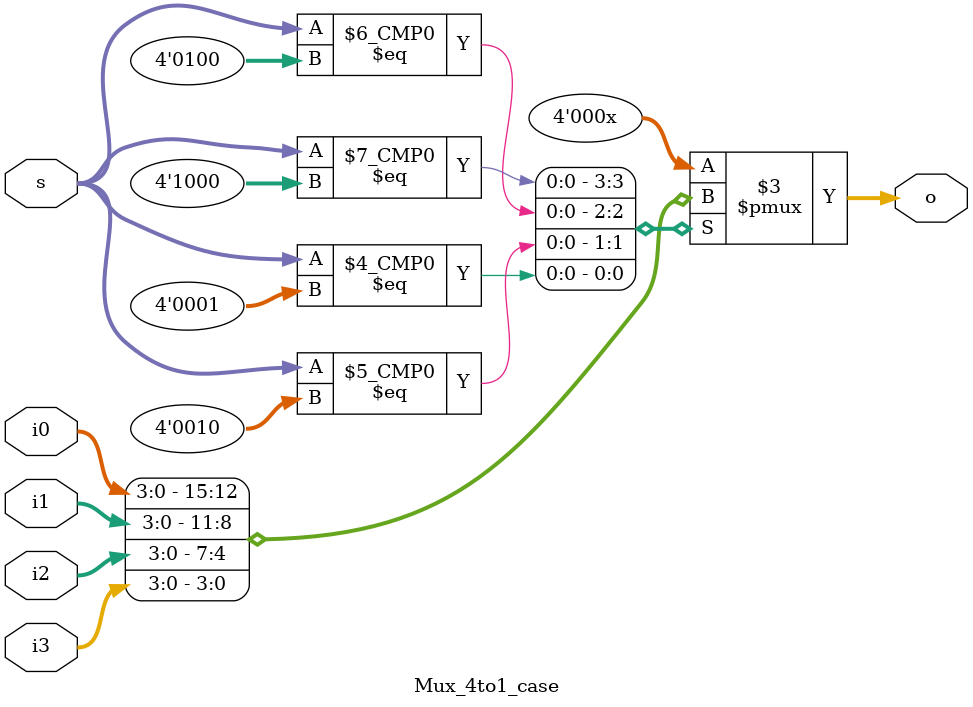
<source format=v>
module Mux_4to1_case(s, i0, i1, i2, i3, o);
	input wire [3:0] s, i0, i1, i2, i3;
	output reg [3:0] o;
	
	always@(*) //means all inputs - s or i0 or i1 or i2 or i3
	begin
		case (s)
			4'b1000 : o = i0;
			4'b0100 : o = i1;
			4'b0010 : o = i2;
			4'b0001 : o = i3;
			default : o = 1'bx; //default is undefined
		endcase
	end
endmodule

</source>
